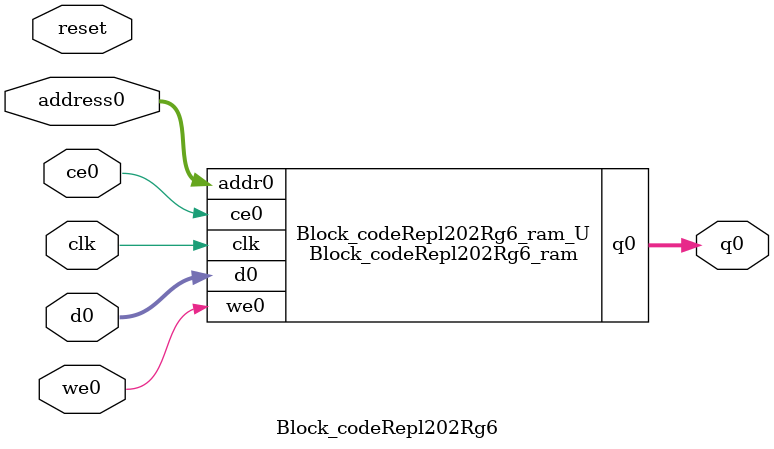
<source format=v>
`timescale 1 ns / 1 ps
module Block_codeRepl202Rg6_ram (addr0, ce0, d0, we0, q0,  clk);

parameter DWIDTH = 5;
parameter AWIDTH = 19;
parameter MEM_SIZE = 409600;

input[AWIDTH-1:0] addr0;
input ce0;
input[DWIDTH-1:0] d0;
input we0;
output reg[DWIDTH-1:0] q0;
input clk;

(* ram_style = "block" *)reg [DWIDTH-1:0] ram[0:MEM_SIZE-1];




always @(posedge clk)  
begin 
    if (ce0) begin
        if (we0) 
            ram[addr0] <= d0; 
        q0 <= ram[addr0];
    end
end


endmodule

`timescale 1 ns / 1 ps
module Block_codeRepl202Rg6(
    reset,
    clk,
    address0,
    ce0,
    we0,
    d0,
    q0);

parameter DataWidth = 32'd5;
parameter AddressRange = 32'd409600;
parameter AddressWidth = 32'd19;
input reset;
input clk;
input[AddressWidth - 1:0] address0;
input ce0;
input we0;
input[DataWidth - 1:0] d0;
output[DataWidth - 1:0] q0;



Block_codeRepl202Rg6_ram Block_codeRepl202Rg6_ram_U(
    .clk( clk ),
    .addr0( address0 ),
    .ce0( ce0 ),
    .we0( we0 ),
    .d0( d0 ),
    .q0( q0 ));

endmodule


</source>
